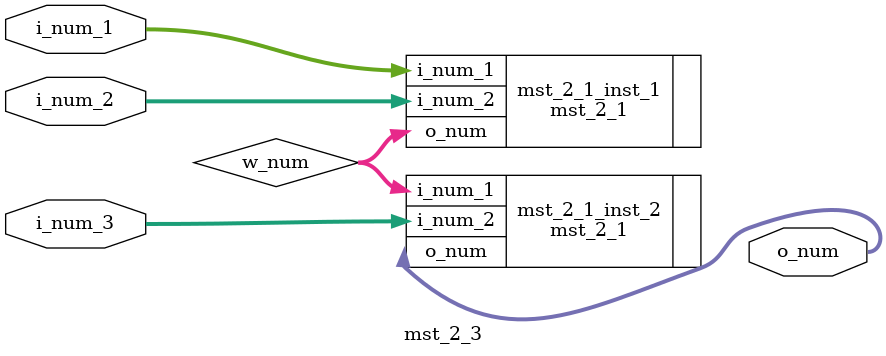
<source format=v>
module mst_2_3(
    input  [7 : 0] i_num_1,
    input  [7 : 0] i_num_2,
    input  [7 : 0] i_num_3,
    output [7 : 0] o_num
);

    wire [7 : 0] w_num;

    mst_2_1 mst_2_1_inst_1(
        .i_num_1(i_num_1),
        .i_num_2(i_num_2),
        .o_num(w_num)
    );

    mst_2_1 mst_2_1_inst_2(
        .i_num_1(w_num),
        .i_num_2(i_num_3),
        .o_num(o_num)
    );

endmodule

</source>
